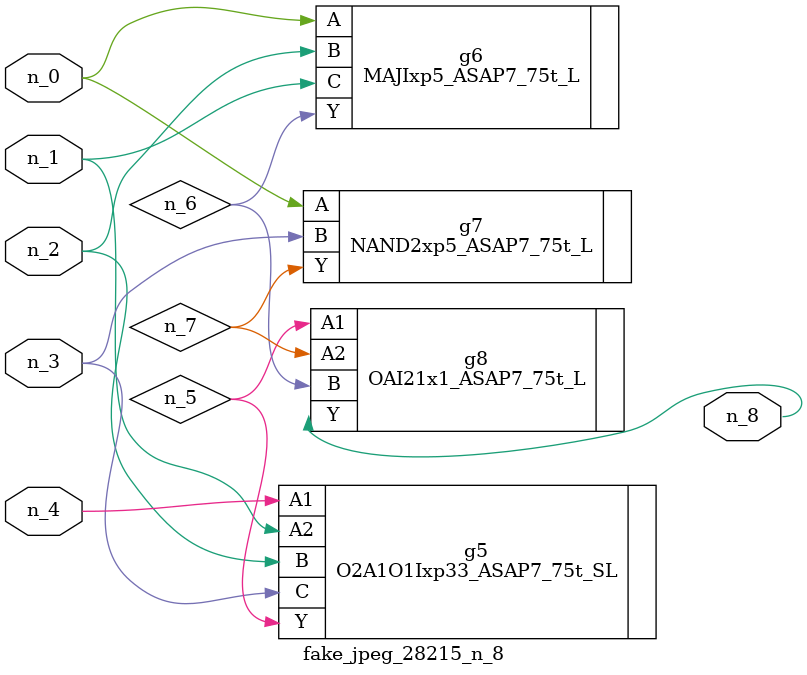
<source format=v>
module fake_jpeg_28215_n_8 (n_3, n_2, n_1, n_0, n_4, n_8);

input n_3;
input n_2;
input n_1;
input n_0;
input n_4;

output n_8;

wire n_6;
wire n_5;
wire n_7;

O2A1O1Ixp33_ASAP7_75t_SL g5 ( 
.A1(n_4),
.A2(n_1),
.B(n_2),
.C(n_3),
.Y(n_5)
);

MAJIxp5_ASAP7_75t_L g6 ( 
.A(n_0),
.B(n_2),
.C(n_1),
.Y(n_6)
);

NAND2xp5_ASAP7_75t_L g7 ( 
.A(n_0),
.B(n_3),
.Y(n_7)
);

OAI21x1_ASAP7_75t_L g8 ( 
.A1(n_5),
.A2(n_7),
.B(n_6),
.Y(n_8)
);


endmodule
</source>
